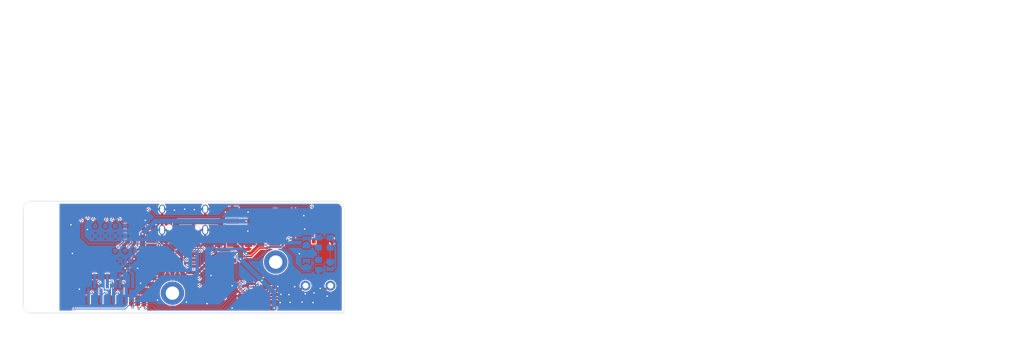
<source format=kicad_pcb>
(kicad_pcb (version 20240108) (generator "pcbnew") (generator_version "8.0")
  (title_block (date "2024-12-31") (rev "v1"))
  (layers (0 "F.Cu" signal) (31 "B.Cu" signal) (34 "B.Paste" user) (35 "F.Paste" user) (36 "B.SilkS" user "B.Silkscreen") (37 "F.SilkS" user "F.Silkscreen") (38 "B.Mask" user) (39 "F.Mask" user) (44 "Edge.Cuts" user))
  (net 0 "")
  (net 1 "/3V3")
  (net 2 "GND")
  (net 3 "/5V")
  (net 4 "Net-(J1-Pin_2)")
  (net 5 "Net-(J1-Pin_1)")
  (net 6 "/SD_MODE")
  (net 7 "/GAIN_SLOT")
  (net 8 "Net-(LED1-K)")
  (net 9 "/ESP_LED")
  (net 10 "Net-(USBC1-CC1)")
  (net 11 "Net-(USBC1-CC2)")
  (net 12 "/ESP_PROG")
  (net 13 "/ESP_EN")
  (net 14 "/USB_N")
  (net 15 "/ESP_TXD")
  (net 16 "/ESP_RXD")
  (net 24 "/USB_P")
  (net 36 "/I2S_BCLK")
  (net 37 "/I2S_LRCLK")
  (net 41 "/I2S_DIN")
  (net 49 "Net-(LED2-K)")
  (net 50 "/GPIO_21")
  (net 51 "/GPIO_19")
  (net 52 "/GPIO_16")
  (net 53 "/GPIO_17")
  (net 54 "/GPIO_5")
  (net 55 "/GPIO_18")
  (net 56 "/GPIO_4")
  (net 57 "/GPIO_35")
  (net 58 "/GPIO_25")
  (net 59 "/GPIO_32")
  (net 60 "/GPIO_26")
  (net 61 "/GPIO_34")
  (net 62 "/GPIO_33")
  (footprint "easyeda2kicad:CONN-TH_2P-P5.00_WJ128V-5.0-2P" (layer "F.Cu") (at 134.25 117)
    (property "Reference" "J1" (hide yes))
    (property "Value" "Screw_Terminal_01x02")
  )
  (footprint "easyeda2kicad:R0603" (layer "F.Cu") (at 106 114.25 90)
    (property "Reference" "R7" (hide yes))
    (property "Value" "100")
  )
  (footprint "MountingHole:MountingHole_2.7mm_M2.5_DIN965_Pad" (layer "F.Cu") (at 125.75 112.25)
    (property "Reference" "H1" (hide yes))
    (property "Value" "MountingHole_Pad_MP")
  )
  (footprint "easyeda2kicad:SW-SMD_4P-L5.1-W5.1-P3.70-LS6.5-TL_H1.5" (layer "F.Cu") (at 135.25 105 90)
    (property "Reference" "SW1" (hide yes))
    (property "Value" "TS-1187A-B-A-B")
  )
  (footprint "easyeda2kicad:WIFI-SMD_ESP32-WROOM-32E" (layer "F.Cu") (at 91.7775 111)
    (property "Reference" "U3" (hide yes))
    (property "Value" "ESP32-WROOM-32E(8MB)")
  )
  (footprint "easyeda2kicad:C0603" (layer "F.Cu") (at 117.25 111.25 90)
    (property "Reference" "C3" (hide yes))
    (property "Value" "0.1u")
  )
  (footprint "easyeda2kicad:C1206" (layer "F.Cu") (at 126.01 116.05 180)
    (property "Reference" "C4" (hide yes))
    (property "Value" "10u")
  )
  (footprint "easyeda2kicad:R0603" (layer "F.Cu") (at 104 114.25 90)
    (property "Reference" "R3" (hide yes))
    (property "Value" "100")
  )
  (footprint "easyeda2kicad:R0603" (layer "F.Cu") (at 109.5 108 180)
    (property "Reference" "R1" (hide yes))
    (property "Value" "5k1")
  )
  (footprint "easyeda2kicad:R0603" (layer "F.Cu") (at 104.5 108)
    (property "Reference" "R2" (hide yes))
    (property "Value" "5k1")
  )
  (footprint "easyeda2kicad:LED0603-RD" (layer "F.Cu") (at 106 111 90)
    (property "Reference" "LED2" (hide yes))
    (property "Value" "KT-0603R")
  )
  (footprint "easyeda2kicad:CASE-A_3216" (layer "F.Cu") (at 121.5 108.5 180)
    (property "Reference" "C1" (hide yes))
    (property "Value" "22u (Tantalum)")
  )
  (footprint "LOGO" (layer "F.Cu") (at 119.75 114.25)
    (property "Reference" "G***" (hide yes))
    (property "Value" "LOGO" (hide yes))
  )
  (footprint "easyeda2kicad:SOT-223-3_L6.5-W3.4-P2.30-LS7.0-BR" (layer "F.Cu") (at 120 104 180)
    (property "Reference" "U1" (hide yes))
    (property "Value" "AMS1117-3.3")
  )
  (footprint "easyeda2kicad:USB-C_SMD-TYPE-C-31-M-12" (layer "F.Cu") (at 107.25 104.0525 180)
    (property "Reference" "USBC1" (hide yes))
    (property "Value" "TYPE-C-31-M-12")
  )
  (footprint "easyeda2kicad:SOP-16_L10.0-W3.9-P1.27-LS6.0-BL" (layer "F.Cu") (at 112 115 -90)
    (property "Reference" "U2" (hide yes))
    (property "Value" "CH340C_C7464026")
  )
  (footprint "MountingHole:MountingHole_2.7mm_M2.5_DIN965_Pad" (layer "F.Cu") (at 105 118.5)
    (property "Reference" "H3" (hide yes))
    (property "Value" "MountingHole_Pad_MP")
  )
  (footprint "easyeda2kicad:LED0603-RD" (layer "F.Cu") (at 104 111 90)
    (property "Reference" "LED1" (hide yes))
    (property "Value" "KT-0603R")
  )
  (footprint "easyeda2kicad:SW-SMD_4P-L5.1-W5.1-P3.70-LS6.5-TL_H1.5" (layer "F.Cu") (at 127.5 105 90)
    (property "Reference" "SW2" (hide yes))
    (property "Value" "TS-1187A-B-A-B")
  )
  (footprint "easyeda2kicad:TQFN-16_L3.0-W3.0-P0.50-BL-EP1.5" (layer "F.Cu") (at 122 118.75 -90)
    (property "Reference" "U4" (hide yes))
    (property "Value" "MAX98357AETE+T")
  )
  (footprint "easyeda2kicad:CASE-A_3216" (layer "F.Cu") (at 115.5 108.5 180)
    (property "Reference" "C2" (hide yes))
    (property "Value" "22u (Tantalum)")
  )
  (footprint "easyeda2kicad:C0603" (layer "F.Cu") (at 118.6 119.8 -90)
    (property "Reference" "C5" (hide yes))
    (property "Value" "0.1u")
  )
  (footprint "TestPoint:TestPoint_Pad_D1.0mm" (layer "B.Cu") (at 91.5 107 180)
    (property "Reference" "TP11")
    (property "Value" "TestPoint")
  )
  (footprint "TestPoint:TestPoint_Pad_D1.0mm" (layer "B.Cu") (at 89.5 105 180)
    (property "Reference" "TP2")
    (property "Value" "TestPoint")
  )
  (footprint "Resistor_SMD:R_0805_2012Metric_Pad1.20x1.40mm_HandSolder" (layer "B.Cu") (at 134.35 108.3 -90)
    (property "Reference" "R5")
    (property "Value" "DNP")
  )
  (footprint "TestPoint:TestPoint_Pad_D1.0mm" (layer "B.Cu") (at 93.5 105 180)
    (property "Reference" "TP5")
    (property "Value" "TestPoint")
  )
  (footprint "Jumper:SolderJumper-2_P1.3mm_Open_TrianglePad1.0x1.5mm" (layer "B.Cu") (at 131.9 108.3 90)
    (property "Reference" "JP3")
    (property "Value" "SolderJumper_2_Open")
  )
  (footprint "TestPoint:TestPoint_Pad_D1.0mm" (layer "B.Cu") (at 96.5 112 180)
    (property "Reference" "TP7")
    (property "Value" "TestPoint")
  )
  (footprint "Connector_PinHeader_1.27mm:PinHeader_1x08_P1.27mm_Vertical_SMD_Pin1Right" (layer "B.Cu") (at 92.55 117.55 90)
    (property "Reference" "J2")
    (property "Value" "Conn_01x08_Pin")
  )
  (footprint "TestPoint:TestPoint_Pad_D1.0mm" (layer "B.Cu") (at 93.5 110 180)
    (property "Reference" "TP10")
    (property "Value" "TestPoint")
  )
  (footprint "TestPoint:TestPoint_Pad_D1.0mm" (layer "B.Cu") (at 94.5 112 180)
    (property "Reference" "TP1")
    (property "Value" "TestPoint")
  )
  (footprint "Resistor_SMD:R_0805_2012Metric_Pad1.20x1.40mm_HandSolder" (layer "B.Cu") (at 136.7 108.35 -90)
    (property "Reference" "R4")
    (property "Value" "DNP")
  )
  (footprint "TestPoint:TestPoint_Pad_D1.0mm" (layer "B.Cu") (at 97.5 110 180)
    (property "Reference" "TP9")
    (property "Value" "TestPoint")
  )
  (footprint "TestPoint:TestPoint_Pad_D1.0mm" (layer "B.Cu") (at 95.5 105 180)
    (property "Reference" "TP12")
    (property "Value" "TestPoint")
  )
  (footprint "Jumper:SolderJumper-2_P1.3mm_Open_TrianglePad1.0x1.5mm" (layer "B.Cu") (at 131.9 112.8 90)
    (property "Reference" "JP2")
    (property "Value" "SolderJumper_2_Open")
  )
  (footprint "TestPoint:TestPoint_Pad_D1.0mm" (layer "B.Cu") (at 93.5 107 180)
    (property "Reference" "TP6")
    (property "Value" "TestPoint")
  )
  (footprint "TestPoint:TestPoint_Pad_D1.0mm" (layer "B.Cu") (at 95.5 110 180)
    (property "Reference" "TP8")
    (property "Value" "TestPoint")
  )
  (footprint "TestPoint:TestPoint_Pad_D1.0mm" (layer "B.Cu") (at 95.5 107 180)
    (property "Reference" "TP4")
    (property "Value" "TestPoint")
  )
  (footprint "Jumper:SolderJumper-2_P1.3mm_Open_TrianglePad1.0x1.5mm" (layer "B.Cu") (at 136.7 112.85 -90)
    (property "Reference" "JP1")
    (property "Value" "SolderJumper_2_Open")
  )
  (footprint "TestPoint:TestPoint_Pad_D1.0mm" (layer "B.Cu") (at 91.5 105 180)
    (property "Reference" "TP3")
    (property "Value" "TestPoint")
  )
  (footprint "Resistor_SMD:R_0805_2012Metric_Pad1.20x1.40mm_HandSolder" (layer "B.Cu") (at 134.35 112.8 -90)
    (property "Reference" "R6")
    (property "Value" "DNP")
  )
  (footprint "TestPoint:TestPoint_Pad_D1.0mm" (layer "B.Cu") (at 89.5 107 180)
    (property "Reference" "TP13")
    (property "Value" "TestPoint")
  )
  (gr_line (start 139.5 122.5) (end 76.5 122.5) (stroke (width 0.1)) (layer "Edge.Cuts"))
  (gr_arc (start 74.999999 101.499999) (mid 75.439339 100.439339) (end 76.499999 99.999999) (stroke (width 0.05)) (layer "Edge.Cuts"))
  (gr_arc (start 76.5 122.5) (mid 75.43934 122.06066) (end 75 121) (stroke (width 0.05)) (layer "Edge.Cuts"))
  (gr_line (start 139.5 122.5) (end 139.5 101.5) (stroke (width 0.05)) (layer "Edge.Cuts"))
  (gr_arc (start 138.093204 100) (mid 139.093272 100.471764) (end 139.5 101.5) (stroke (width 0.05)) (layer "Edge.Cuts"))
  (gr_line (start 76.499999 99.999999) (end 138.093204 100) (stroke (width 0.1)) (layer "Edge.Cuts"))
  (gr_line (start 75 121) (end 74.999999 101.499999) (stroke (width 0.1)) (layer "Edge.Cuts"))
  (segment (start 86.5 115.2) (end 93.8 115.2) (width 1) (layer "F.Cu") (net 1))
  (segment (start 120.7 110.5) (end 119.85 110.5) (width 0.6) (layer "F.Cu") (net 1))
  (segment (start 84.0475 120) (end 84.0475 117.6525) (width 1) (layer "F.Cu") (net 1))
  (segment (start 113.2 110.55) (end 113.2 111.215) (width 0.6) (layer "F.Cu") (net 1))
  (segment (start 106.83 111.03) (end 106 110.2) (width 0.6) (layer "F.Cu") (net 1))
  (segment (start 122.97 104) (end 122.97 108.23) (width 0.6) (layer "F.Cu") (net 1))
  (segment (start 110.045 114.37) (end 109.13 114.37) (width 0.6) (layer "F.Cu") (net 1))
  (segment (start 99 110) (end 99 106.55) (width 1) (layer "F.Cu") (net 1))
  (segment (start 122.7 108.5) (end 120.7 110.5) (width 0.6) (layer "F.Cu") (net 1))
  (segment (start 106.83 112.999239) (end 106.83 111.03) (width 0.6) (layer "F.Cu") (net 1))
  (segment (start 113.2 111.215) (end 110.045 114.37) (width 0.6) (layer "F.Cu") (net 1))
  (segment (start 93.8 115.2) (end 99 110) (width 1) (layer "F.Cu") (net 1))
  (segment (start 113.2 110.55) (end 114.87 110.55) (width 0.6) (layer "F.Cu") (net 1))
  (segment (start 84.0475 117.6525) (end 86.5 115.2) (width 1) (layer "F.Cu") (net 1))
  (segment (start 108.200761 114.37) (end 106.83 112.999239) (width 0.6) (layer "F.Cu") (net 1))
  (segment (start 117.03 104) (end 122.97 104) (width 1) (layer "F.Cu") (net 1))
  (segment (start 114.87 110.55) (end 117.25 110.55) (width 0.6) (layer "F.Cu") (net 1))
  (segment (start 109.13 114.37) (end 108.200761 114.37) (width 0.6) (layer "F.Cu") (net 1))
  (via (at 113.2 110.55) (size 0.6) (drill 0.3) (layers "F.Cu" "B.Cu") (net 1))
  (via (at 119.85 110.5) (size 0.6) (drill 0.3) (layers "F.Cu" "B.Cu") (net 1))
  (via (at 99 106.55) (size 0.6) (drill 0.3) (layers "F.Cu" "B.Cu") (net 1))
  (via (at 97.3 111.6) (size 0.6) (drill 0.3) (layers "F.Cu" "B.Cu") (net 1))
  (via (at 119.8 104) (size 0.6) (drill 0.3) (layers "F.Cu" "B.Cu") (net 1))
  (via (at 95.5 113.5) (size 0.6) (drill 0.3) (layers "F.Cu" "B.Cu") (net 1))
  (segment (start 119.85 110.5) (end 118.95 109.6) (width 0.6) (layer "B.Cu") (net 1))
  (segment (start 101.55 104) (end 119.8 104) (width 1) (layer "B.Cu") (net 1))
  (segment (start 95.9 113.5) (end 96.995 114.595) (width 0.7) (layer "B.Cu") (net 1))
  (segment (start 96.9 112) (end 97.3 111.6) (width 0.3) (layer "B.Cu") (net 1))
  (segment (start 114.15 109.6) (end 113.2 110.55) (width 0.6) (layer "B.Cu") (net 1))
  (segment (start 99 106.55) (end 101.55 104) (width 1) (layer "B.Cu") (net 1))
  (segment (start 96.5 112) (end 96.9 112) (width 0.3) (layer "B.Cu") (net 1))
  (segment (start 95.9 113.5) (end 95.5 113.5) (width 0.7) (layer "B.Cu") (net 1))
  (segment (start 118.95 109.6) (end 114.15 109.6) (width 0.6) (layer "B.Cu") (net 1))
  (segment (start 96.995 116.05) (end 96.995 114.595) (width 0.3) (layer "B.Cu") (net 1))
  (segment (start 121.75 116.7) (end 121.35 116.3) (width 0.16) (layer "F.Cu") (net 2))
  (segment (start 121.75 117.25) (end 121.75 118.5) (width 0.16) (layer "F.Cu") (net 2))
  (segment (start 120.5 119) (end 121.75 119) (width 0.16) (layer "F.Cu") (net 2))
  (segment (start 121.75 117.25) (end 121.75 116.7) (width 0.16) (layer "F.Cu") (net 2))
  (segment (start 123.5 118.5) (end 122.25 118.5) (width 0.16) (layer "F.Cu") (net 2))
  (via (at 134.7 117.55) (size 0.6) (drill 0.3) (layers "F.Cu" "B.Cu") (net 2))
  (via (at 112.75 114.95) (size 0.6) (drill 0.3) (layers "F.Cu" "B.Cu") (net 2))
  (via (at 84.6 104.75) (size 0.6) (drill 0.3) (layers "F.Cu" "B.Cu") (net 2))
  (via (at 130.5 110.55) (size 0.6) (drill 0.3) (layers "F.Cu" "B.Cu") (net 2))
  (via (at 86.3 117.7) (size 0.6) (drill 0.3) (layers "F.Cu" "B.Cu") (net 2))
  (via (at 102 119.9) (size 0.6) (drill 0.3) (layers "F.Cu" "B.Cu") (net 2))
  (via (at 126.8 118.75) (size 0.6) (drill 0.3) (layers "F.Cu" "B.Cu") (net 2))
  (via (at 109.4 101.7) (size 0.6) (drill 0.3) (layers "F.Cu" "B.Cu") (net 2))
  (via (at 131.6 105.6) (size 0.6) (drill 0.3) (layers "F.Cu" "B.Cu") (net 2))
  (via (at 128.4 118.8) (size 0.6) (drill 0.3) (layers "F.Cu" "B.Cu") (net 2))
  (via micro (at 121.35 116.3) (size 0.45) (drill 0.2) (layers "F.Cu" "B.Cu") (net 2))
  (via (at 131.05 120.3) (size 0.6) (drill 0.3) (layers "F.Cu" "B.Cu") (net 2))
  (via (at 87.9 105.7) (size 0.6) (drill 0.3) (layers "F.Cu" "B.Cu") (net 2))
  (via (at 126.65 120.4) (size 0.6) (drill 0.3) (layers "F.Cu" "B.Cu") (net 2))
  (via (at 131.7 118.65) (size 0.6) (drill 0.3) (layers "F.Cu" "B.Cu") (net 2))
  (via (at 105.4 101.8) (size 0.6) (drill 0.3) (layers "F.Cu" "B.Cu") (net 2))
  (via (at 117 121.5) (size 0.6) (drill 0.3) (layers "F.Cu" "B.Cu") (net 2))
  (via (at 99.55 103.85) (size 0.6) (drill 0.3) (layers "F.Cu" "B.Cu") (net 2))
  (via (at 133.25 120.4) (size 0.6) (drill 0.3) (layers "F.Cu" "B.Cu") (net 2))
  (via (at 133.45 118.45) (size 0.6) (drill 0.3) (layers "F.Cu" "B.Cu") (net 2))
  (via (at 107.45 101.6) (size 0.6) (drill 0.3) (layers "F.Cu" "B.Cu") (net 2))
  (via (at 84.9 110.5) (size 0.6) (drill 0.3) (layers "F.Cu" "B.Cu") (net 2))
  (via (at 131.4 102.9) (size 0.6) (drill 0.3) (layers "F.Cu" "B.Cu") (net 2))
  (via (at 107.8 120.3) (size 0.6) (drill 0.3) (layers "F.Cu" "B.Cu") (net 2))
  (via (at 98.6 116.5) (size 0.6) (drill 0.3) (layers "F.Cu" "B.Cu") (net 2))
  (via (at 126.15 117.15) (size 0.6) (drill 0.3) (layers "F.Cu" "B.Cu") (net 2))
  (via (at 128.65 120.35) (size 0.6) (drill 0.3) (layers "F.Cu" "B.Cu") (net 2))
  (via (at 117 117) (size 0.6) (drill 0.3) (layers "F.Cu" "B.Cu") (net 2))
  (via (at 111.95 120.6) (size 0.6) (drill 0.3) (layers "F.Cu" "B.Cu") (net 2))
  (via (at 98 113.5) (size 0.6) (drill 0.3) (layers "F.Cu" "B.Cu") (net 2))
  (via (at 129.55 117.2) (size 0.6) (drill 0.3) (layers "F.Cu" "B.Cu") (net 2))
  (via (at 120.2 102.2) (size 0.6) (drill 0.3) (layers "F.Cu" "B.Cu") (net 2))
  (via (at 136.1 119.1) (size 0.6) (drill 0.3) (layers "F.Cu" "B.Cu") (net 2))
  (via (at 120.15 106) (size 0.6) (drill 0.3) (layers "F.Cu" "B.Cu") (net 2))
  (segment (start 118.7 110) (end 118.7 111.65) (width 1) (layer "F.Cu") (net 3))
  (segment (start 106.1625 104.1375) (end 105.6 104.7) (width 1) (layer "F.Cu") (net 3))
  (segment (start 105.6 105.108516) (end 105.6 104.7) (width 0.3) (layer "F.Cu") (net 3))
  (segment (start 109.8 106.008516) (end 109.2 105.408516) (width 0.3) (layer "F.Cu") (net 3))
  (segment (start 114.71 104.51) (end 114.3375 104.1375) (width 1) (layer "F.Cu") (net 3))
  (segment (start 105 105.708516) (end 105.6 105.108516) (width 0.3) (layer "F.Cu") (net 3))
  (segment (start 122.25 120.25) (end 122.25 121.45) (width 0.2) (layer "F.Cu") (net 3))
  (segment (start 115.86 106.3) (end 116.56 106.3) (width 1) (layer "F.Cu") (net 3))
  (segment (start 122.75 120.25) (end 122.75 121.5) (width 0.2) (layer "F.Cu") (net 3))
  (segment (start 116.56 107.45) (end 116.56 107.86) (width 1) (layer "F.Cu") (net 3))
  (segment (start 109.2 104.1375) (end 106.1625 104.1375) (width 1) (layer "F.Cu") (net 3))
  (segment (start 105 106.5225) (end 105 105.708516) (width 0.3) (layer "F.Cu") (net 3))
  (segment (start 119.15 121.5) (end 118.65 121) (width 1) (layer "F.Cu") (net 3))
  (segment (start 124.107107 109.25) (end 123.927107 109.43) (width 0.3) (layer "F.Cu") (net 3))
  (segment (start 114.71 105.15) (end 115.86 106.3) (width 1) (layer "F.Cu") (net 3))
  (segment (start 120.877818 111.1) (end 119.25 111.1) (width 0.3) (layer "F.Cu") (net 3))
  (segment (start 123 115.95) (end 124.32 115.95) (width 1) (layer "F.Cu") (net 3))
  (segment (start 116.56 107.86) (end 118.7 110) (width 1) (layer "F.Cu") (net 3))
  (segment (start 116.56 106.3) (end 116.56 107.45) (width 1) (layer "F.Cu") (net 3))
  (segment (start 126.725 109.25) (end 124.107107 109.25) (width 0.3) (layer "F.Cu") (net 3))
  (segment (start 122.547818 109.43) (end 120.877818 111.1) (width 0.3) (layer "F.Cu") (net 3))
  (segment (start 119.25 111.1) (end 118.7 111.65) (width 0.3) (layer "F.Cu") (net 3))
  (segment (start 123.927107 109.43) (end 122.547818 109.43) (width 0.3) (layer "F.Cu") (net 3))
  (segment (start 119.15 121.5) (end 125.45 121.5) (width 1) (layer "F.Cu") (net 3))
  (segment (start 128.4 107.575) (end 126.725 109.25) (width 0.3) (layer "F.Cu") (net 3))
  (segment (start 116.56 107.45) (end 116.56 108.36) (width 1) (layer "F.Cu") (net 3))
  (segment (start 114.71 104.51) (end 114.71 105.15) (width 1) (layer "F.Cu") (net 3))
  (segment (start 114.3375 104.1375) (end 109.2 104.1375) (width 1) (layer "F.Cu") (net 3))
  (segment (start 109.8 106.5225) (end 109.8 106.008516) (width 0.3) (layer "F.Cu") (net 3))
  (segment (start 109.2 105.408516) (end 109.2 104.1375) (width 0.5) (layer "F.Cu") (net 3))
  (via (at 118.7 111.65) (size 0.6) (drill 0.3) (layers "F.Cu" "B.Cu") (net 3))
  (via (at 125.45 121.5) (size 0.6) (drill 0.3) (layers "F.Cu" "B.Cu") (net 3))
  (via (at 128.4 107.575) (size 0.6) (drill 0.3) (layers "F.Cu" "B.Cu") (net 3))
  (via (at 123 115.95) (size 0.6) (drill 0.3) (layers "F.Cu" "B.Cu") (net 3))
  (segment (start 136.7 113.575) (end 137.455 113.575) (width 0.3) (layer "B.Cu") (net 3))
  (segment (start 131.9 107.575) (end 134.075 107.575) (width 0.3) (layer "B.Cu") (net 3))
  (segment (start 118.7 111.65) (end 125.45 118.4) (width 1) (layer "B.Cu") (net 3))
  (segment (start 128.4 107.575) (end 131.9 107.575) (width 0.3) (layer "B.Cu") (net 3))
  (segment (start 137.705 108.355) (end 136.7 107.35) (width 0.3) (layer "B.Cu") (net 3))
  (segment (start 125.45 118.4) (end 125.45 121.5) (width 1) (layer "B.Cu") (net 3))
  (segment (start 137.705 113.325) (end 137.705 108.355) (width 0.3) (layer "B.Cu") (net 3))
  (segment (start 137.455 113.575) (end 137.705 113.325) (width 0.3) (layer "B.Cu") (net 3))
  (segment (start 136.7 107.35) (end 134.4 107.35) (width 0.3) (layer "B.Cu") (net 3))
  (segment (start 124.25 119.5) (end 134 119.5) (width 0.4) (layer "F.Cu") (net 4))
  (segment (start 134 119.5) (end 136.5 117) (width 0.4) (layer "F.Cu") (net 4))
  (segment (start 124.25 119.5) (end 123.5 119.5) (width 0.2) (layer "F.Cu") (net 4))
  (segment (start 131.5 117) (end 130.45 118.05) (width 0.4) (layer "F.Cu") (net 5))
  (segment (start 123.85 119) (end 123.5 119) (width 0.2) (layer "F.Cu") (net 5))
  (segment (start 124.8 118.05) (end 124.4 118.45) (width 0.4) (layer "F.Cu") (net 5))
  (segment (start 124.4 118.45) (end 123.85 119) (width 0.3) (layer "F.Cu") (net 5))
  (segment (start 130.45 118.05) (end 124.8 118.05) (width 0.4) (layer "F.Cu") (net 5))
  (segment (start 119.27 116.22) (end 118.571888 116.22) (width 0.16) (layer "F.Cu") (net 6))
  (segment (start 118.571888 116.22) (end 118.3 116.491888) (width 0.16) (layer "F.Cu") (net 6))
  (segment (start 118.3 116.491888) (end 118.3 117.5) (width 0.16) (layer "F.Cu") (net 6))
  (segment (start 118.3 117.5) (end 120.3 119.5) (width 0.16) (layer "F.Cu") (net 6))
  (segment (start 119.4 116.35) (end 119.27 116.22) (width 0.16) (layer "F.Cu") (net 6))
  (via micro (at 119.4 116.35) (size 0.45) (drill 0.2) (layers "F.Cu" "B.Cu") (net 6))
  (segment (start 135.945 112.125) (end 136.7 112.125) (width 0.16) (layer "B.Cu") (net 6))
  (segment (start 122.257696 111.76) (end 122.257695 111.760001) (width 0.16) (layer "B.Cu") (net 6))
  (segment (start 132.726632 114.21) (end 133.25 113.686632) (width 0.16) (layer "B.Cu") (net 6))
  (segment (start 136.7 109.35) (end 136.7 112.125) (width 0.16) (layer "B.Cu") (net 6))
  (segment (start 119.910001 111.760001) (end 122.042304 111.76) (width 0.16) (layer "B.Cu") (net 6))
  (segment (start 127.685 109.285) (end 129.45 111.05) (width 0.16) (layer "B.Cu") (net 6))
  (segment (start 118.02 115.22) (end 118.02 111.197696) (width 0.16) (layer "B.Cu") (net 6))
  (segment (start 135.37 112.7) (end 135.945 112.125) (width 0.16) (layer "B.Cu") (net 6))
  (segment (start 122.257695 111.760001) (end 124.732696 109.285) (width 0.16) (layer "B.Cu") (net 6))
  (segment (start 119.4 116.35) (end 119.15 116.35) (width 0.16) (layer "B.Cu") (net 6))
  (segment (start 118.02 111.197696) (end 118.257696 110.96) (width 0.16) (layer "B.Cu") (net 6))
  (segment (start 118.257696 110.96) (end 119.11 110.96) (width 0.16) (layer "B.Cu") (net 6))
  (segment (start 119.15 116.35) (end 118.02 115.22) (width 0.16) (layer "B.Cu") (net 6))
  (segment (start 119.11 110.96) (end 119.910001 111.760001) (width 0.16) (layer "B.Cu") (net 6))
  (segment (start 122.042305 111.760001) (end 122.257696 111.76) (width 0.16) (layer "B.Cu") (net 6))
  (segment (start 131.06 114.21) (end 132.726632 114.21) (width 0.16) (layer "B.Cu") (net 6))
  (segment (start 133.8 112.7) (end 135.37 112.7) (width 0.16) (layer "B.Cu") (net 6))
  (segment (start 122.042304 111.76) (end 122.042305 111.760001) (width 0.16) (layer "B.Cu") (net 6))
  (segment (start 133.25 113.25) (end 133.8 112.7) (width 0.16) (layer "B.Cu") (net 6))
  (segment (start 129.45 112.6) (end 131.06 114.21) (width 0.16) (layer "B.Cu") (net 6))
  (segment (start 129.45 111.05) (end 129.45 112.6) (width 0.16) (layer "B.Cu") (net 6))
  (segment (start 133.25 113.686632) (end 133.25 113.25) (width 0.16) (layer "B.Cu") (net 6))
  (segment (start 124.732696 109.285) (end 127.685 109.285) (width 0.16) (layer "B.Cu") (net 6))
  (segment (start 118.56 116.84) (end 118.75 116.65) (width 0.16) (layer "F.Cu") (net 7))
  (segment (start 119.7 118.5) (end 118.56 117.36) (width 0.16) (layer "F.Cu") (net 7))
  (segment (start 118.56 117.36) (end 118.56 116.84) (width 0.16) (layer "F.Cu") (net 7))
  (segment (start 120.5 118.5) (end 119.7 118.5) (width 0.16) (layer "F.Cu") (net 7))
  (via micro (at 118.75 116.65) (size 0.45) (drill 0.2) (layers "F.Cu" "B.Cu") (net 7))
  (segment (start 117.75 111.1) (end 118.15 110.7) (width 0.16) (layer "B.Cu") (net 7))
  (segment (start 118.15 110.7) (end 119.25 110.7) (width 0.16) (layer "B.Cu") (net 7))
  (segment (start 122.15 111.5) (end 124.625 109.025) (width 0.16) (layer "B.Cu") (net 7))
  (segment (start 131.9 109.025) (end 134.075 109.025) (width 0.16) (layer "B.Cu") (net 7))
  (segment (start 117.75 115.65) (end 117.75 111.1) (width 0.16) (layer "B.Cu") (net 7))
  (segment (start 119.25 110.7) (end 120.05 111.5) (width 0.16) (layer "B.Cu") (net 7))
  (segment (start 124.625 109.025) (end 131.9 109.025) (width 0.16) (layer "B.Cu") (net 7))
  (segment (start 134.35 109.3) (end 134.35 111.8) (width 0.16) (layer "B.Cu") (net 7))
  (segment (start 120.05 111.5) (end 122.15 111.5) (width 0.16) (layer "B.Cu") (net 7))
  (segment (start 134.35 111.8) (end 132.175 111.8) (width 0.16) (layer "B.Cu") (net 7))
  (segment (start 118.75 116.65) (end 117.75 115.65) (width 0.16) (layer "B.Cu") (net 7))
  (segment (start 104 111.8) (end 104 113.5) (width 0.16) (layer "F.Cu") (net 8))
  (segment (start 104 110.2) (end 102.0075 108.2075) (width 0.16) (layer "F.Cu") (net 9))
  (segment (start 102.0075 108.2075) (end 102.0075 105.935) (width 0.16) (layer "F.Cu") (net 9))
  (segment (start 102.0075 105.935) (end 101.3525 105.28) (width 0.16) (layer "F.Cu") (net 9))
  (segment (start 108.5 106.5225) (end 108.5 107.75) (width 0.16) (layer "F.Cu") (net 10))
  (segment (start 105.5 106.5225) (end 105.5 107.75) (width 0.16) (layer "F.Cu") (net 11))
  (segment (start 133.4 108) (end 133.4 102) (width 0.16) (layer "F.Cu") (net 12))
  (segment (start 133.4 102) (end 133.4 101.5) (width 0.16) (layer "F.Cu") (net 12))
  (segment (start 133.4 101.5) (end 133 101.1) (width 0.16) (layer "F.Cu") (net 12))
  (segment (start 100.2 101.65) (end 99.6375 101.65) (width 0.16) (layer "F.Cu") (net 12))
  (via micro (at 133 101.1) (size 0.45) (drill 0.2) (layers "F.Cu" "B.Cu") (net 12))
  (via micro (at 100.2 101.65) (size 0.45) (drill 0.2) (layers "F.Cu" "B.Cu") (net 12))
  (segment (start 133 101.1) (end 116.5 101.1) (width 0.16) (layer "B.Cu") (net 12))
  (segment (start 116.5 101.1) (end 114.5 103.1) (width 0.16) (layer "B.Cu") (net 12))
  (segment (start 114.5 103.1) (end 101.65 103.1) (width 0.16) (layer "B.Cu") (net 12))
  (segment (start 101.65 103.1) (end 100.2 101.65) (width 0.16) (layer "B.Cu") (net 12))
  (segment (start 85.3175 121.6825) (end 85.3175 120) (width 0.16) (layer "F.Cu") (net 13))
  (segment (start 123.85 108.8) (end 124.65 108) (width 0.16) (layer "F.Cu") (net 13))
  (segment (start 85.3 121.7) (end 85.3175 121.6825) (width 0.16) (layer "F.Cu") (net 13))
  (segment (start 124.65 108) (end 125.65 108) (width 0.16) (layer "F.Cu") (net 13))
  (segment (start 125.65 108) (end 125.65 102) (width 0.16) (layer "F.Cu") (net 13))
  (via micro (at 123.85 108.8) (size 0.45) (drill 0.2) (layers "F.Cu" "B.Cu") (net 13))
  (via micro (at 85.3 121.7) (size 0.45) (drill 0.2) (layers "F.Cu" "B.Cu") (net 13))
  (segment (start 109.3 110.05) (end 109.3 114.15) (width 0.16) (layer "B.Cu") (net 13))
  (segment (start 95.5 121.7) (end 85.3 121.7) (width 0.16) (layer "B.Cu") (net 13))
  (segment (start 123.85 108.8) (end 110.55 108.8) (width 0.16) (layer "B.Cu") (net 13))
  (segment (start 109.3 114.15) (end 108.9 114.55) (width 0.16) (layer "B.Cu") (net 13))
  (segment (start 108.9 114.55) (end 102.65 114.55) (width 0.16) (layer "B.Cu") (net 13))
  (segment (start 110.55 108.8) (end 109.3 110.05) (width 0.16) (layer "B.Cu") (net 13))
  (segment (start 102.65 114.55) (end 95.5 121.7) (width 0.16) (layer "B.Cu") (net 13))
  (segment (start 111.2 109.5) (end 109.05 109.5) (width 0.2) (layer "F.Cu") (net 14))
  (segment (start 108 108.45) (end 108 106.5225) (width 0.2) (layer "F.Cu") (net 14))
  (segment (start 109.05 109.5) (end 108 108.45) (width 0.2) (layer "F.Cu") (net 14))
  (segment (start 107.15 105.6725) (end 107.85 105.6725) (width 0.2) (layer "F.Cu") (net 14))
  (segment (start 107.85 105.6725) (end 108 105.8225) (width 0.2) (layer "F.Cu") (net 14))
  (segment (start 108 105.8225) (end 108 106.5225) (width 0.2) (layer "F.Cu") (net 14))
  (segment (start 107 106.5225) (end 107 105.8225) (width 0.2) (layer "F.Cu") (net 14))
  (segment (start 110.45 116.95) (end 109.28 116.95) (width 0.2) (layer "F.Cu") (net 14))
  (segment (start 107 105.8225) (end 107.15 105.6725) (width 0.2) (layer "F.Cu") (net 14))
  (via micro (at 111.2 109.5) (size 0.45) (drill 0.2) (layers "F.Cu" "B.Cu") (net 14))
  (via micro (at 110.45 116.95) (size 0.45) (drill 0.2) (layers "F.Cu" "B.Cu") (net 14))
  (segment (start 111.2 116.2) (end 110.45 116.95) (width 0.2) (layer "B.Cu") (net 14))
  (segment (start 111.2 109.5) (end 111.2 116.2) (width 0.2) (layer "B.Cu") (net 14))
  (segment (start 86.5875 103.7375) (end 86.5875 102) (width 0.16) (layer "F.Cu") (net 15))
  (segment (start 107.85 113.1) (end 109.12 113.1) (width 0.16) (layer "F.Cu") (net 15))
  (segment (start 86.75 103.9) (end 86.5875 103.7375) (width 0.16) (layer "F.Cu") (net 15))
  (via micro (at 86.75 103.9) (size 0.45) (drill 0.2) (layers "F.Cu" "B.Cu") (net 15))
  (via micro (at 107.85 113.1) (size 0.45) (drill 0.2) (layers "F.Cu" "B.Cu") (net 15))
  (segment (start 104.1 108.65) (end 107.42 111.97) (width 0.16) (layer "B.Cu") (net 15))
  (segment (start 88.15 108.65) (end 104.1 108.65) (width 0.16) (layer "B.Cu") (net 15))
  (segment (start 107.42 112.67) (end 107.85 113.1) (width 0.16) (layer "B.Cu") (net 15))
  (segment (start 107.42 111.97) (end 107.42 112.67) (width 0.16) (layer "B.Cu") (net 15))
  (segment (start 86.75 107.25) (end 88.15 108.65) (width 0.16) (layer "B.Cu") (net 15))
  (segment (start 86.75 103.9) (end 86.75 107.25) (width 0.16) (layer "B.Cu") (net 15))
  (segment (start 107.87 111.82) (end 107.85 111.8) (width 0.16) (layer "F.Cu") (net 16))
  (segment (start 109.13 111.82) (end 107.87 111.82) (width 0.16) (layer "F.Cu") (net 16))
  (segment (start 87.95 103.4) (end 87.95 102.0925) (width 0.16) (layer "F.Cu") (net 16))
  (via micro (at 107.85 111.8) (size 0.45) (drill 0.2) (layers "F.Cu" "B.Cu") (net 16))
  (via micro (at 87.95 103.4) (size 0.45) (drill 0.2) (layers "F.Cu" "B.Cu") (net 16))
  (segment (start 87.01 104.34) (end 87.95 103.4) (width 0.16) (layer "B.Cu") (net 16))
  (segment (start 87.01 107.142304) (end 87.01 104.34) (width 0.16) (layer "B.Cu") (net 16))
  (segment (start 88.257695 108.389999) (end 87.01 107.142304) (width 0.16) (layer "B.Cu") (net 16))
  (segment (start 107.85 111.8) (end 107.617696 111.8) (width 0.16) (layer "B.Cu") (net 16))
  (segment (start 104.207695 108.389999) (end 88.257695 108.389999) (width 0.16) (layer "B.Cu") (net 16))
  (segment (start 107.617696 111.8) (end 104.207695 108.389999) (width 0.16) (layer "B.Cu") (net 16))
  (segment (start 106.5 106.5225) (end 106.5 107.2) (width 0.2) (layer "F.Cu") (net 24))
  (segment (start 107.35 107.3725) (end 107.5 107.2225) (width 0.2) (layer "F.Cu") (net 24))
  (segment (start 106.6725 107.3725) (end 107.35 107.3725) (width 0.2) (layer "F.Cu") (net 24))
  (segment (start 110.65 110) (end 108.813603 110) (width 0.2) (layer "F.Cu") (net 24))
  (segment (start 106.5 107.2) (end 106.6725 107.3725) (width 0.2) (layer "F.Cu") (net 24))
  (segment (start 107.5 106.5225) (end 107.5 108.686397) (width 0.2) (layer "F.Cu") (net 24))
  (segment (start 107.5 108.686397) (end 108.813603 110) (width 0.2) (layer "F.Cu") (net 24))
  (segment (start 110.45 115.55) (end 109.21 115.55) (width 0.2) (layer "F.Cu") (net 24))
  (segment (start 107.5 107.2225) (end 107.5 106.5225) (width 0.2) (layer "F.Cu") (net 24))
  (via micro (at 110.65 110) (size 0.45) (drill 0.2) (layers "F.Cu" "B.Cu") (net 24))
  (via micro (at 110.45 115.55) (size 0.45) (drill 0.2) (layers "F.Cu" "B.Cu") (net 24))
  (segment (start 110.65 115.35) (end 110.45 115.55) (width 0.2) (layer "B.Cu") (net 24))
  (segment (start 110.65 110) (end 110.65 115.35) (width 0.2) (layer "B.Cu") (net 24))
  (segment (start 120.75 117.25) (end 121.25 117.25) (width 0.16) (layer "F.Cu") (net 36))
  (segment (start 98.0175 120) (end 98.0175 121.3175) (width 0.16) (layer "F.Cu") (net 36))
  (segment (start 98.25 121.55) (end 98.25 121.65) (width 0.16) (layer "F.Cu") (net 36))
  (segment (start 98.0175 121.3175) (end 98.25 121.55) (width 0.16) (layer "F.Cu") (net 36))
  (via micro (at 98.25 121.65) (size 0.45) (drill 0.2) (layers "F.Cu" "B.Cu") (net 36))
  (via micro (at 120.75 117.25) (size 0.45) (drill 0.2) (layers "F.Cu" "B.Cu") (net 36))
  (segment (start 98.25 121.65) (end 98.79 121.11) (width 0.16) (layer "B.Cu") (net 36))
  (segment (start 114.875808 121.5) (end 119.125808 117.25) (width 0.16) (layer "B.Cu") (net 36))
  (segment (start 101.5 121.5) (end 114.875808 121.5) (width 0.16) (layer "B.Cu") (net 36))
  (segment (start 101.11 121.11) (end 101.5 121.5) (width 0.16) (layer "B.Cu") (net 36))
  (segment (start 119.125808 117.25) (end 120.75 117.25) (width 0.16) (layer "B.Cu") (net 36))
  (segment (start 98.79 121.11) (end 101.11 121.11) (width 0.16) (layer "B.Cu") (net 36))
  (segment (start 96.75 121.2) (end 96.95 121.4) (width 0.16) (layer "F.Cu") (net 37))
  (segment (start 122.2 117.2) (end 122.25 117.25) (width 0.16) (layer "F.Cu") (net 37))
  (segment (start 96.95 121.4) (end 97 121.4) (width 0.16) (layer "F.Cu") (net 37))
  (segment (start 96.75 120.6175) (end 96.75 121.2) (width 0.16) (layer "F.Cu") (net 37))
  (segment (start 96.7475 120) (end 96.7475 120.9975) (width 0.16) (layer "F.Cu") (net 37))
  (segment (start 122.2 116.6) (end 122.2 117.2) (width 0.16) (layer "F.Cu") (net 37))
  (via micro (at 122.2 116.6) (size 0.45) (drill 0.2) (layers "F.Cu" "B.Cu") (net 37))
  (via micro (at 97 121.4) (size 0.45) (drill 0.2) (layers "F.Cu" "B.Cu") (net 37))
  (segment (start 101.5 120.6) (end 102 121.1) (width 0.16) (layer "B.Cu") (net 37))
  (segment (start 122 116.8) (end 122.2 116.6) (width 0.16) (layer "B.Cu") (net 37))
  (segment (start 114.6 121.1) (end 118.62 117.08) (width 0.16) (layer "B.Cu") (net 37))
  (segment (start 119.18 116.828112) (end 119.18 116.8) (width 0.16) (layer "B.Cu") (net 37))
  (segment (start 97 121.4) (end 97.8 120.6) (width 0.16) (layer "B.Cu") (net 37))
  (segment (start 97.8 120.6) (end 101.5 120.6) (width 0.16) (layer "B.Cu") (net 37))
  (segment (start 118.62 117.08) (end 118.928112 117.08) (width 0.16) (layer "B.Cu") (net 37))
  (segment (start 102 121.1) (end 114.6 121.1) (width 0.16) (layer "B.Cu") (net 37))
  (segment (start 118.928112 117.08) (end 119.18 116.828112) (width 0.16) (layer "B.Cu") (net 37))
  (segment (start 119.18 116.8) (end 122 116.8) (width 0.16) (layer "B.Cu") (net 37))
  (segment (start 119.65 117.7) (end 119.95 118) (width 0.16) (layer "F.Cu") (net 41))
  (segment (start 119.95 118) (end 120.5 118) (width 0.16) (layer "F.Cu") (net 41))
  (segment (start 99.2875 121.3375) (end 99.2875 120) (width 0.16) (layer "F.Cu") (net 41))
  (segment (start 99.55 121.6) (end 99.2875 121.3375) (width 0.16) (layer "F.Cu") (net 41))
  (via micro (at 119.65 117.7) (size 0.45) (drill 0.2) (layers "F.Cu" "B.Cu") (net 41))
  (via micro (at 99.55 121.6) (size 0.45) (drill 0.2) (layers "F.Cu" "B.Cu") (net 41))
  (segment (start 100.55 121.6) (end 100.87 121.92) (width 0.16) (layer "B.Cu") (net 41))
  (segment (start 100.87 121.92) (end 115.28 121.92) (width 0.16) (layer "B.Cu") (net 41))
  (segment (start 115.28 121.92) (end 119.5 117.7) (width 0.16) (layer "B.Cu") (net 41))
  (segment (start 99.55 121.6) (end 100.55 121.6) (width 0.16) (layer "B.Cu") (net 41))
  (segment (start 119.5 117.7) (end 119.65 117.7) (width 0.16) (layer "B.Cu") (net 41))
  (segment (start 106 111.8) (end 106 113.5) (width 0.16) (layer "F.Cu") (net 49))
  (segment (start 89.1 103.6) (end 89.1275 103.5725) (width 0.16) (layer "F.Cu") (net 50))
  (segment (start 89.1275 103.5725) (end 89.1275 102) (width 0.16) (layer "F.Cu") (net 50))
  (via micro (at 89.1 103.6) (size 0.45) (drill 0.2) (layers "F.Cu" "B.Cu") (net 50))
  (segment (start 89.5 105) (end 89.5 104) (width 0.16) (layer "B.Cu") (net 50))
  (segment (start 89.5 104) (end 89.1 103.6) (width 0.16) (layer "B.Cu") (net 50))
  (segment (start 91.6675 103.6675) (end 91.6675 102) (width 0.16) (layer "F.Cu") (net 51))
  (segment (start 91.7 103.7) (end 91.6675 103.6675) (width 0.16) (layer "F.Cu") (net 51))
  (via micro (at 91.7 103.7) (size 0.45) (drill 0.2) (layers "F.Cu" "B.Cu") (net 51))
  (segment (start 91.5 105) (end 91.5 103.9) (width 0.16) (layer "B.Cu") (net 51))
  (segment (start 91.5 103.9) (end 91.7 103.7) (width 0.16) (layer "B.Cu") (net 51))
  (segment (start 96.1 109.1) (end 96.7475 108.4525) (width 0.16) (layer "F.Cu") (net 52))
  (segment (start 96.7475 108.4525) (end 96.7475 102) (width 0.16) (layer "F.Cu") (net 52))
  (via micro (at 96.1 109.1) (size 0.45) (drill 0.2) (layers "F.Cu" "B.Cu") (net 52))
  (segment (start 95.5 109.7) (end 96.1 109.1) (width 0.16) (layer "B.Cu") (net 52))
  (segment (start 94.1 109.2) (end 95.4775 107.8225) (width 0.16) (layer "F.Cu") (net 53))
  (segment (start 95.4775 107.8225) (end 95.4775 102) (width 0.16) (layer "F.Cu") (net 53))
  (via micro (at 94.1 109.2) (size 0.45) (drill 0.2) (layers "F.Cu" "B.Cu") (net 53))
  (segment (start 93.5 109.8) (end 94.1 109.2) (width 0.16) (layer "B.Cu") (net 53))
  (segment (start 94.2075 103.4075) (end 94.2075 102) (width 0.16) (layer "F.Cu") (net 54))
  (segment (start 94.4 103.6) (end 94.2075 103.4075) (width 0.16) (layer "F.Cu") (net 54))
  (via micro (at 94.4 103.6) (size 0.45) (drill 0.2) (layers "F.Cu" "B.Cu") (net 54))
  (segment (start 95.5 105) (end 94.4 103.9) (width 0.16) (layer "B.Cu") (net 54))
  (segment (start 94.4 103.9) (end 94.4 103.6) (width 0.16) (layer "B.Cu") (net 54))
  (segment (start 92.9 103.7) (end 92.9375 103.6625) (width 0.16) (layer "F.Cu") (net 55))
  (segment (start 92.9375 103.6625) (end 92.9375 102) (width 0.16) (layer "F.Cu") (net 55))
  (via micro (at 92.9 103.7) (size 0.45) (drill 0.2) (layers "F.Cu" "B.Cu") (net 55))
  (segment (start 93.5 104.3) (end 92.9 103.7) (width 0.16) (layer "B.Cu") (net 55))
  (segment (start 93.5 105) (end 93.5 104.3) (width 0.16) (layer "B.Cu") (net 55))
  (segment (start 97.8 109.1) (end 98.0175 108.8825) (width 0.16) (layer "F.Cu") (net 56))
  (segment (start 98.0175 108.8825) (end 98.0175 102) (width 0.16) (layer "F.Cu") (net 56))
  (via micro (at 97.8 109.1) (size 0.45) (drill 0.2) (layers "F.Cu" "B.Cu") (net 56))
  (segment (start 97.5 110) (end 97.5 109.4) (width 0.16) (layer "B.Cu") (net 56))
  (segment (start 97.5 109.4) (end 97.8 109.1) (width 0.16) (layer "B.Cu") (net 56))
  (segment (start 90.3975 120) (end 90.3975 116.4475) (width 0.16) (layer "F.Cu") (net 57))
  (segment (start 90.3975 116.4475) (end 90.3 116.35) (width 0.16) (layer "F.Cu") (net 57))
  (via micro (at 90.3 116.35) (size 0.45) (drill 0.2) (layers "F.Cu" "B.Cu") (net 57))
  (segment (start 90.3 116.35) (end 89.675 116.35) (width 0.16) (layer "B.Cu") (net 57))
  (segment (start 89.675 116.35) (end 89.375 116.05) (width 0.16) (layer "B.Cu") (net 57))
  (segment (start 94.2075 118.6075) (end 94 118.4) (width 0.16) (layer "F.Cu") (net 58))
  (segment (start 94.2075 120) (end 94.2075 118.6075) (width 0.16) (layer "F.Cu") (net 58))
  (via micro (at 94 118.4) (size 0.45) (drill 0.2) (layers "F.Cu" "B.Cu") (net 58))
  (segment (start 94 118.4) (end 93.835 118.4) (width 0.16) (layer "B.Cu") (net 58))
  (segment (start 93.835 118.4) (end 93.185 119.05) (width 0.16) (layer "B.Cu") (net 58))
  (segment (start 91.6675 118.5175) (end 91.55 118.4) (width 0.16) (layer "F.Cu") (net 59))
  (segment (start 91.6675 120) (end 91.6675 118.5175) (width 0.16) (layer "F.Cu") (net 59))
  (via micro (at 91.55 118.4) (size 0.45) (drill 0.2) (layers "F.Cu" "B.Cu") (net 59))
  (segment (start 91.55 118.4) (end 91.295 118.4) (width 0.16) (layer "B.Cu") (net 59))
  (segment (start 91.295 118.4) (end 90.645 119.05) (width 0.16) (layer "B.Cu") (net 59))
  (segment (start 95.4775 120) (end 95.4775 116.5275) (width 0.16) (layer "F.Cu") (net 60))
  (segment (start 95.4775 116.5275) (end 95.2 116.25) (width 0.16) (layer "F.Cu") (net 60))
  (via micro (at 95.2 116.25) (size 0.45) (drill 0.2) (layers "F.Cu" "B.Cu") (net 60))
  (segment (start 95.2 116.25) (end 94.655 116.25) (width 0.16) (layer "B.Cu") (net 60))
  (segment (start 89.1275 120) (end 89.1275 118.6775) (width 0.16) (layer "F.Cu") (net 61))
  (segment (start 89.1275 118.6775) (end 88.8 118.35) (width 0.16) (layer "F.Cu") (net 61))
  (via micro (at 88.8 118.35) (size 0.45) (drill 0.2) (layers "F.Cu" "B.Cu") (net 61))
  (segment (start 88.8 118.355) (end 88.105 119.05) (width 0.16) (layer "B.Cu") (net 61))
  (segment (start 88.8 118.35) (end 88.8 118.355) (width 0.16) (layer "B.Cu") (net 61))
  (segment (start 92.9375 116.2375) (end 92.85 116.15) (width 0.16) (layer "F.Cu") (net 62))
  (segment (start 92.9375 120) (end 92.9375 116.2375) (width 0.16) (layer "F.Cu") (net 62))
  (via micro (at 92.85 116.15) (size 0.45) (drill 0.2) (layers "F.Cu" "B.Cu") (net 62))
  (segment (start 92.85 116.15) (end 92.015 116.15) (width 0.16) (layer "B.Cu") (net 62))
  (zone (net 0) (net_name "") (layers "F&B.Cu") (name "WiFi Exclusion") (connect_pads (clearance 0)) (min_thickness 0.25)
    (keepout (tracks allowed) (vias allowed) (pads allowed) (copperpour not_allowed) (footprints allowed))
    (fill (thermal_gap 0.5) (thermal_bridge_width 0.5))
    (polygon (pts (xy 74.05 99) (xy 82.3 99) (xy 82.3 123.5) (xy 74.05 123.5)))
  )
  (zone (net 2) (net_name "GND") (layers "F&B.Cu") (connect_pads (clearance 0.2)) (min_thickness 0.2) (fill yes (thermal_gap 0.25) (thermal_bridge_width 0.5) (island_removal_mode 2) (island_area_min 10))
    (polygon (pts (xy 74.05 99) (xy 140.5 99) (xy 140.5 123.5) (xy 74.05 123.5)))
  )
)
</source>
